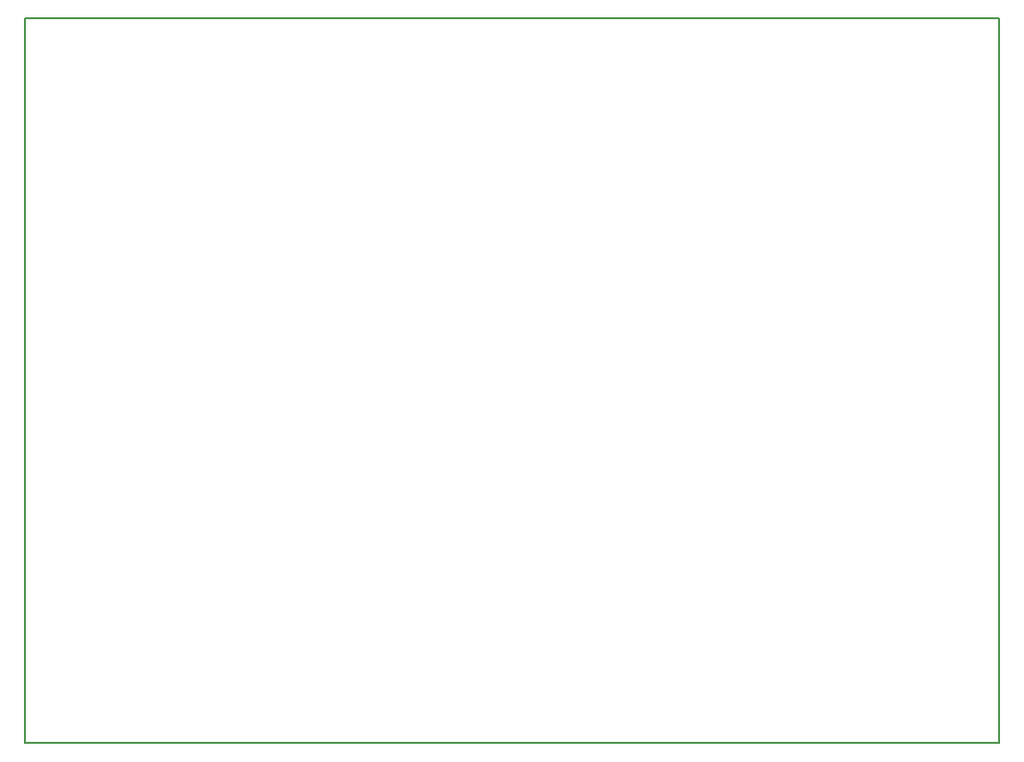
<source format=gbr>
G04 #@! TF.GenerationSoftware,KiCad,Pcbnew,5.0.2-bee76a0~70~ubuntu18.04.1*
G04 #@! TF.CreationDate,2018-12-16T21:13:16-05:00*
G04 #@! TF.ProjectId,stm32 prototype,73746d33-3220-4707-926f-746f74797065,rev?*
G04 #@! TF.SameCoordinates,Original*
G04 #@! TF.FileFunction,Profile,NP*
%FSLAX46Y46*%
G04 Gerber Fmt 4.6, Leading zero omitted, Abs format (unit mm)*
G04 Created by KiCad (PCBNEW 5.0.2-bee76a0~70~ubuntu18.04.1) date Sun 16 Dec 2018 09:13:16 PM EST*
%MOMM*%
%LPD*%
G01*
G04 APERTURE LIST*
%ADD10C,0.150000*%
G04 APERTURE END LIST*
D10*
X136000000Y-66000000D02*
X222000000Y-66000000D01*
X136000000Y-130000000D02*
X136000000Y-66000000D01*
X222000000Y-130000000D02*
X136000000Y-130000000D01*
X222000000Y-66000000D02*
X222000000Y-130000000D01*
M02*

</source>
